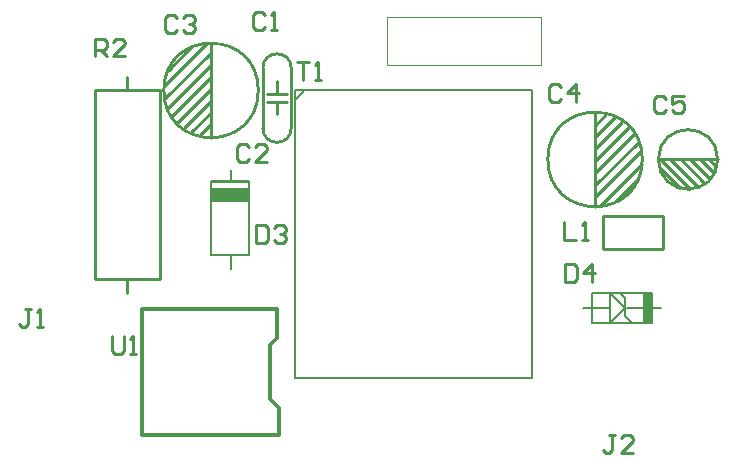
<source format=gto>
G04*
G04 #@! TF.GenerationSoftware,Altium Limited,Altium Designer,23.2.1 (34)*
G04*
G04 Layer_Color=65535*
%FSTAX44Y44*%
%MOMM*%
G71*
G04*
G04 #@! TF.SameCoordinates,595AB9ED-E738-4090-B1B9-C8C706B013A9*
G04*
G04*
G04 #@! TF.FilePolarity,Positive*
G04*
G01*
G75*
%ADD10C,0.2540*%
%ADD11C,0.1000*%
%ADD12C,0.2032*%
%ADD13C,0.1778*%
%ADD14C,0.3000*%
%ADD15R,3.1750X1.2700*%
G36*
X005461Y0012573D02*
Y0015113D01*
X0053848D01*
Y0012573D01*
X005461D01*
D02*
G37*
D10*
X0024055Y0034164D02*
G03*
X00216649Y0034164I-00011951J-0000001D01*
G01*
Y00290566D02*
G03*
X0024055Y00290566I00011951J0000001D01*
G01*
X0021272Y0032258D02*
G03*
X0021272Y0032258I-0004J0D01*
G01*
X00601726Y0026416D02*
G03*
X00601726Y0026416I-00025146J0D01*
G01*
X0053784D02*
G03*
X0053784Y0026416I-0004J0D01*
G01*
X0050419Y0018796D02*
X0055499D01*
Y002159D01*
X0050419D02*
X0055499D01*
X0050419Y0018796D02*
Y002159D01*
X002286Y00320294D02*
Y00330708D01*
Y0030226D02*
Y00312674D01*
X00220218D02*
X00237236D01*
X00220218Y00319532D02*
X00237236D01*
X00240538Y00290576D02*
Y00341884D01*
X00216662Y00290322D02*
Y00341122D01*
X00136906Y00340106D02*
X0015494Y0035814D01*
X00155448D01*
X00132842Y0032639D02*
X0016891Y00362458D01*
X00172212D01*
X00133858Y00315722D02*
X0017272Y00354584D01*
X0013589Y00307594D02*
X0017272Y00344424D01*
X00139446Y0030099D02*
X0017272Y00334264D01*
Y00336296D01*
X00144018Y00295148D02*
X0017272Y0032385D01*
Y00328422D01*
X00149606Y0029083D02*
X0017272Y00313944D01*
Y00316992D01*
X00155956Y0028702D02*
X0017272Y00303784D01*
Y00309626D01*
X00163068Y0028448D02*
X0017272Y00294132D01*
Y00296164D01*
Y0028258D02*
Y0036258D01*
X001016Y0032258D02*
Y0033401D01*
Y0015113D02*
Y0016256D01*
X001291Y0016257D02*
Y0032257D01*
X000741Y0016257D02*
X001291D01*
X000741D02*
Y0032257D01*
X001291D01*
X00552196Y00257556D02*
X00569468Y00240284D01*
X00552196Y00257556D02*
Y00259588D01*
X00552958Y0026416D02*
X00578104Y00239014D01*
X0056134Y0026416D02*
X00584962Y00240538D01*
X00561086Y0026416D02*
X0056134D01*
X0057023D02*
X00590296Y00244094D01*
X00569214Y0026416D02*
X0057023D01*
X00578612D02*
X00595122Y0024765D01*
X00586486Y0026416D02*
X0059817Y00252476D01*
X00586232Y0026416D02*
X00586486D01*
X00594106D02*
X00600202Y00258064D01*
X00589788Y0026416D02*
X00594106D01*
X00589788D02*
X00593852D01*
X00551688D02*
X00601726D01*
X0051562Y002286D02*
X00533654Y00246634D01*
X00515112Y002286D02*
X0051562D01*
X0050165Y00224282D02*
X00537718Y0026035D01*
X00498348Y00224282D02*
X0050165D01*
X0049784Y00232156D02*
X00536702Y00271018D01*
X0049784Y00242316D02*
X0053467Y00279146D01*
X0049784Y00252476D02*
X00531114Y0028575D01*
X0049784Y00250444D02*
Y00252476D01*
Y0026289D02*
X00526542Y00291592D01*
X0049784Y00258318D02*
Y0026289D01*
Y00272796D02*
X00520954Y0029591D01*
X0049784Y00269748D02*
Y00272796D01*
Y00282956D02*
X00514604Y0029972D01*
X0049784Y00277114D02*
Y00282956D01*
Y00292608D02*
X00507492Y0030226D01*
X0049784Y00290576D02*
Y00292608D01*
Y0022416D02*
Y0030416D01*
X00245364Y00346451D02*
X00255521D01*
X00250442D01*
Y00331216D01*
X00260599D02*
X00265677D01*
X00263138D01*
Y00346451D01*
X00260599Y00343912D01*
X0021844Y00386078D02*
X00215901Y00388618D01*
X00210823D01*
X00208283Y00386078D01*
Y00375922D01*
X00210823Y00373382D01*
X00215901D01*
X0021844Y00375922D01*
X00223518Y00373382D02*
X00228597D01*
X00226058D01*
Y00388618D01*
X00223518Y00386078D01*
X00088903Y00114298D02*
Y00101602D01*
X00091442Y00099062D01*
X00096521D01*
X0009906Y00101602D01*
Y00114298D01*
X00104138Y00099062D02*
X00109217D01*
X00106678D01*
Y00114298D01*
X00104138Y00111758D01*
X00074168Y00351282D02*
Y00366517D01*
X00081785D01*
X00084325Y00363978D01*
Y00358899D01*
X00081785Y0035636D01*
X00074168D01*
X00079246D02*
X00084325Y00351282D01*
X0009956D02*
X00089403D01*
X0009956Y00361439D01*
Y00363978D01*
X00097021Y00366517D01*
X00091942D01*
X00089403Y00363978D01*
X00471173Y00210818D02*
Y00195583D01*
X0048133D01*
X00486408D02*
X00491487D01*
X00488948D01*
Y00210818D01*
X00486408Y00208278D01*
X00514351Y00030477D02*
X00509272D01*
X00511812D01*
Y00017782D01*
X00509272Y00015243D01*
X00506733D01*
X00504194Y00017782D01*
X00529586Y00015243D02*
X00519429D01*
X00529586Y00025399D01*
Y00027938D01*
X00527047Y00030477D01*
X00521968D01*
X00519429Y00027938D01*
X00020317Y00137155D02*
X00015238D01*
X00017778D01*
Y00124459D01*
X00015238Y0012192D01*
X00012699D01*
X0001016Y00124459D01*
X00025395Y0012192D02*
X00030473D01*
X00027934D01*
Y00137155D01*
X00025395Y00134616D01*
X00472444Y00175257D02*
Y00160023D01*
X00480062D01*
X00482601Y00162562D01*
Y00172718D01*
X00480062Y00175257D01*
X00472444D01*
X00495297Y00160023D02*
Y00175257D01*
X00487679Y0016764D01*
X00497836D01*
X00210824Y00208277D02*
Y00193043D01*
X00218442D01*
X00220981Y00195582D01*
Y00205738D01*
X00218442Y00208277D01*
X00210824D01*
X00226059Y00205738D02*
X00228598Y00208277D01*
X00233677D01*
X00236216Y00205738D01*
Y00203199D01*
X00233677Y0020066D01*
X00231138D01*
X00233677D01*
X00236216Y00198121D01*
Y00195582D01*
X00233677Y00193043D01*
X00228598D01*
X00226059Y00195582D01*
X00557527Y00315718D02*
X00554987Y00318257D01*
X00549909D01*
X0054737Y00315718D01*
Y00305561D01*
X00549909Y00303022D01*
X00554987D01*
X00557527Y00305561D01*
X00572762Y00318257D02*
X00562605D01*
Y00310639D01*
X00567683Y00313179D01*
X00570223D01*
X00572762Y00310639D01*
Y00305561D01*
X00570223Y00303022D01*
X00565144D01*
X00562605Y00305561D01*
X00469389Y00325624D02*
X0046685Y00328163D01*
X00461771D01*
X00459232Y00325624D01*
Y00315467D01*
X00461771Y00312928D01*
X0046685D01*
X00469389Y00315467D01*
X00482085Y00312928D02*
Y00328163D01*
X00474467Y00320546D01*
X00484624D01*
X00144269Y00384044D02*
X00141729Y00386583D01*
X00136651D01*
X00134112Y00384044D01*
Y00373887D01*
X00136651Y00371348D01*
X00141729D01*
X00144269Y00373887D01*
X00149347Y00384044D02*
X00151886Y00386583D01*
X00156965D01*
X00159504Y00384044D01*
Y00381505D01*
X00156965Y00378965D01*
X00154425D01*
X00156965D01*
X00159504Y00376426D01*
Y00373887D01*
X00156965Y00371348D01*
X00151886D01*
X00149347Y00373887D01*
X00204471Y00274318D02*
X00201932Y00276857D01*
X00196853D01*
X00194314Y00274318D01*
Y00264162D01*
X00196853Y00261623D01*
X00201932D01*
X00204471Y00264162D01*
X00219706Y00261623D02*
X00209549D01*
X00219706Y00271779D01*
Y00274318D01*
X00217167Y00276857D01*
X00212088D01*
X00209549Y00274318D01*
D11*
X0032151Y0038449D02*
X0045212D01*
Y0034449D02*
Y0038449D01*
X0032151Y0034449D02*
X0045212D01*
X0032151D02*
Y0038449D01*
D12*
X0024384Y00078734D02*
X004445D01*
Y00322574D01*
X0024384Y00078734D02*
Y00322574D01*
X004445D01*
X00244221Y00314573D02*
X00251841Y00322193D01*
D13*
X004953Y0013843D02*
X0051054D01*
X0052451D02*
X0054102D01*
X005461Y0012573D02*
Y0013843D01*
X004953Y0012573D02*
X005461D01*
X004953D02*
Y0015113D01*
X005461D01*
Y0013843D02*
Y0015113D01*
X0048768Y0013843D02*
X004953D01*
X005461D02*
X0055372D01*
X005461Y00133096D02*
Y0013843D01*
Y00142494D01*
X00523494Y00131318D02*
X00529082Y0012573D01*
X00523494Y00131318D02*
Y00146558D01*
X00519049Y00151003D02*
X00523494Y00146558D01*
X0052324Y0013843D02*
Y00138684D01*
X00510794Y00125984D02*
X0052324Y0013843D01*
X00510794Y0012573D02*
Y00125984D01*
Y0012573D02*
Y0015113D01*
X00523367Y00138557D01*
X00181356Y00246126D02*
X0018923D01*
X00197358D01*
X0017272Y0024511D02*
X0020447D01*
X0018923Y00246126D02*
Y00255016D01*
X0017272Y00246126D02*
X0020447D01*
X0018923Y00171196D02*
Y0018288D01*
X0017272D02*
X0020447D01*
X0017272D02*
Y00246126D01*
X0020447Y0018288D02*
Y00246126D01*
D14*
X001143Y0013716D02*
X002286D01*
X001143Y0003048D02*
X0022987D01*
X0022225Y0006096D02*
Y0010668D01*
X001143Y0003048D02*
Y0013716D01*
X0022225Y0010668D02*
X002286Y0011303D01*
Y0013716D01*
X0022225Y0006096D02*
X0022987Y0005334D01*
Y0003048D02*
Y0005334D01*
D15*
X00188595Y0023368D02*
D03*
M02*

</source>
